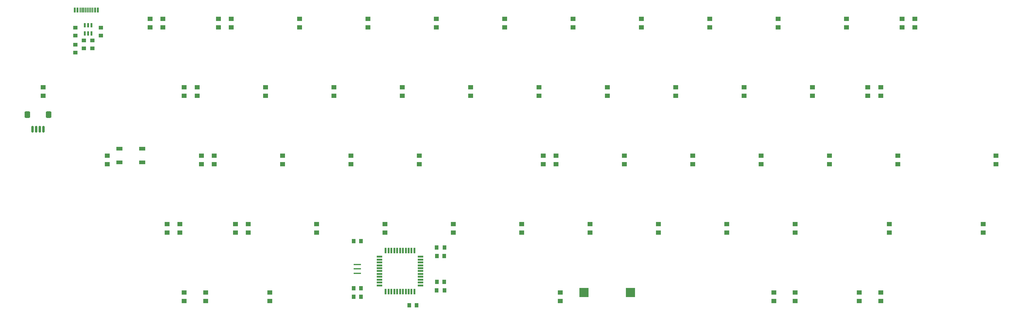
<source format=gbr>
G04 #@! TF.GenerationSoftware,KiCad,Pcbnew,(5.99.0-4079-gfad0916f0)*
G04 #@! TF.CreationDate,2020-10-31T22:05:34-04:00*
G04 #@! TF.ProjectId,plain60-c,706c6169-6e36-4302-9d63-2e6b69636164,rev?*
G04 #@! TF.SameCoordinates,Original*
G04 #@! TF.FileFunction,Paste,Bot*
G04 #@! TF.FilePolarity,Positive*
%FSLAX46Y46*%
G04 Gerber Fmt 4.6, Leading zero omitted, Abs format (unit mm)*
G04 Created by KiCad (PCBNEW (5.99.0-4079-gfad0916f0)) date 2020-10-31 22:05:34*
%MOMM*%
%LPD*%
G01*
G04 APERTURE LIST*
G04 Aperture macros list*
%AMRoundRect*
0 Rectangle with rounded corners*
0 $1 Rounding radius*
0 $2 $3 $4 $5 $6 $7 $8 $9 X,Y pos of 4 corners*
0 Add a 4 corners polygon primitive as box body*
4,1,4,$2,$3,$4,$5,$6,$7,$8,$9,$2,$3,0*
0 Add four circle primitives for the rounded corners*
1,1,$1+$1,$2,$3,0*
1,1,$1+$1,$4,$5,0*
1,1,$1+$1,$6,$7,0*
1,1,$1+$1,$8,$9,0*
0 Add four rect primitives between the rounded corners*
20,1,$1+$1,$2,$3,$4,$5,0*
20,1,$1+$1,$4,$5,$6,$7,0*
20,1,$1+$1,$6,$7,$8,$9,0*
20,1,$1+$1,$8,$9,$2,$3,0*%
G04 Aperture macros list end*
%ADD10R,1.400000X1.200000*%
%ADD11R,0.550000X1.500000*%
%ADD12R,1.500000X0.550000*%
%ADD13R,2.000000X0.400000*%
%ADD14R,1.700000X1.000000*%
%ADD15R,1.000000X1.300000*%
%ADD16R,1.300000X1.000000*%
%ADD17R,0.600000X1.450000*%
%ADD18R,0.300000X1.450000*%
%ADD19R,1.000000X1.250000*%
%ADD20R,0.600000X1.200000*%
%ADD21RoundRect,0.150000X-0.150000X-0.775000X0.150000X-0.775000X0.150000X0.775000X-0.150000X0.775000X0*%
%ADD22RoundRect,0.332800X-0.467200X-0.567200X0.467200X-0.567200X0.467200X0.567200X-0.467200X0.567200X0*%
%ADD23R,2.500000X2.500000*%
G04 APERTURE END LIST*
D10*
X239911139Y-88115698D03*
X239911139Y-85715698D03*
X216098619Y-88115698D03*
X216098619Y-85715698D03*
X210145489Y-88115698D03*
X210145489Y-85715698D03*
X150614189Y-88115698D03*
X150614189Y-85715698D03*
X69651621Y-88115698D03*
X69651621Y-85715698D03*
X268486163Y-69065682D03*
X268486163Y-66665682D03*
X242292391Y-69065682D03*
X242292391Y-66665682D03*
X216098619Y-69065682D03*
X216098619Y-66665682D03*
X197048603Y-69065682D03*
X197048603Y-66665682D03*
X139898555Y-69065682D03*
X139898555Y-66665682D03*
X101798523Y-69065682D03*
X101798523Y-66665682D03*
X82748507Y-69065682D03*
X82748507Y-66665682D03*
X220861123Y-30965650D03*
X220861123Y-28565650D03*
X225623627Y-50015666D03*
X225623627Y-47615666D03*
X49410979Y-30965650D03*
X49410979Y-28565650D03*
X182761091Y-30965650D03*
X182761091Y-28565650D03*
X206573611Y-50015666D03*
X206573611Y-47615666D03*
X111323531Y-50015666D03*
X111323531Y-47615666D03*
X24407833Y-50015666D03*
X24407833Y-47615666D03*
X187523595Y-50015666D03*
X187523595Y-47615666D03*
X145851685Y-50015666D03*
X145851685Y-47615666D03*
X50601605Y-50015666D03*
X50601605Y-47615666D03*
X73223499Y-50015666D03*
X73223499Y-47615666D03*
X106561027Y-30965650D03*
X106561027Y-28565650D03*
X201811107Y-30965650D03*
X201811107Y-28565650D03*
X125611043Y-30965650D03*
X125611043Y-28565650D03*
X163711075Y-30965650D03*
X163711075Y-28565650D03*
X244673643Y-50015666D03*
X244673643Y-47615666D03*
X149423563Y-50015666D03*
X149423563Y-47615666D03*
X92273515Y-50015666D03*
X92273515Y-47615666D03*
X60126613Y-69065682D03*
X60126613Y-66665682D03*
X158948571Y-69065682D03*
X158948571Y-66665682D03*
X272058041Y-50015666D03*
X272058041Y-47615666D03*
X51792231Y-88115698D03*
X51792231Y-85715698D03*
X168473579Y-50015666D03*
X168473579Y-47615666D03*
X87511011Y-30965650D03*
X87511011Y-28565650D03*
X239911139Y-30965650D03*
X239911139Y-28565650D03*
X54173483Y-50015666D03*
X54173483Y-47615666D03*
X144661059Y-30965650D03*
X144661059Y-28565650D03*
X177998587Y-69065682D03*
X177998587Y-66665682D03*
X120848539Y-69065682D03*
X120848539Y-66665682D03*
X68460995Y-30965650D03*
X68460995Y-28565650D03*
D11*
X109965714Y-85471942D03*
X109165714Y-85471942D03*
X108365714Y-85471942D03*
X107565714Y-85471942D03*
X106765714Y-85471942D03*
X105965714Y-85471942D03*
X105165714Y-85471942D03*
X104365714Y-85471942D03*
X103565714Y-85471942D03*
X102765714Y-85471942D03*
X101965714Y-85471942D03*
D12*
X100265714Y-83771942D03*
X100265714Y-82971942D03*
X100265714Y-82171942D03*
X100265714Y-81371942D03*
X100265714Y-80571942D03*
X100265714Y-79771942D03*
X100265714Y-78971942D03*
X100265714Y-78171942D03*
X100265714Y-77371942D03*
X100265714Y-76571942D03*
X100265714Y-75771942D03*
D11*
X101965714Y-74071942D03*
X102765714Y-74071942D03*
X103565714Y-74071942D03*
X104365714Y-74071942D03*
X105165714Y-74071942D03*
X105965714Y-74071942D03*
X106765714Y-74071942D03*
X107565714Y-74071942D03*
X108365714Y-74071942D03*
X109165714Y-74071942D03*
X109965714Y-74071942D03*
D12*
X111665714Y-75771942D03*
X111665714Y-76571942D03*
X111665714Y-77371942D03*
X111665714Y-78171942D03*
X111665714Y-78971942D03*
X111665714Y-79771942D03*
X111665714Y-80571942D03*
X111665714Y-81371942D03*
X111665714Y-82171942D03*
X111665714Y-82971942D03*
X111665714Y-83771942D03*
D13*
X94059454Y-77976629D03*
X94059454Y-80376629D03*
X94059454Y-79176629D03*
D14*
X27806276Y-45725040D03*
X34106276Y-45725040D03*
X34106276Y-49525040D03*
X27806276Y-49525040D03*
D15*
X118376661Y-73223499D03*
X116176661Y-73223499D03*
D10*
X173236083Y-11915634D03*
X173236083Y-9515634D03*
X249436147Y-11915634D03*
X249436147Y-9515634D03*
X154186067Y-11915634D03*
X154186067Y-9515634D03*
X230386131Y-11915634D03*
X230386131Y-9515634D03*
X192286099Y-11915634D03*
X192286099Y-9515634D03*
X245864269Y-11915634D03*
X245864269Y-9515634D03*
X45839101Y-30965650D03*
X45839101Y-28565650D03*
X6548443Y-30965650D03*
X6548443Y-28565650D03*
X211336115Y-11915634D03*
X211336115Y-9515634D03*
X116086035Y-11915634D03*
X116086035Y-9515634D03*
X55364109Y-11915634D03*
X55364109Y-9515634D03*
X77986003Y-11915634D03*
X77986003Y-9515634D03*
X135136051Y-11915634D03*
X135136051Y-9515634D03*
X97036019Y-11915634D03*
X97036019Y-9515634D03*
X58935987Y-11915634D03*
X58935987Y-9515634D03*
X233958009Y-88115698D03*
X233958009Y-85715698D03*
D16*
X17859390Y-17768764D03*
X17859390Y-15568764D03*
D17*
X15343000Y-7075000D03*
X16118000Y-7075000D03*
D18*
X16818000Y-7075000D03*
X17318000Y-7075000D03*
X17818000Y-7075000D03*
X18318000Y-7075000D03*
X18818000Y-7075000D03*
X19318000Y-7075000D03*
X19818000Y-7075000D03*
X20318000Y-7075000D03*
D17*
X21018000Y-7075000D03*
X21793000Y-7075000D03*
D10*
X63698491Y-69065682D03*
X63698491Y-66665682D03*
D19*
X118276661Y-82748507D03*
X116276661Y-82748507D03*
X118276661Y-75604751D03*
X116276661Y-75604751D03*
D10*
X41076597Y-69065682D03*
X41076597Y-66665682D03*
X236339261Y-30965650D03*
X236339261Y-28565650D03*
D16*
X15478138Y-18959390D03*
X15478138Y-16759390D03*
D10*
X36314093Y-11915634D03*
X36314093Y-9515634D03*
X44648475Y-69065682D03*
X44648475Y-66665682D03*
D16*
X20240642Y-15568764D03*
X20240642Y-17768764D03*
D19*
X95059454Y-86915698D03*
X93059454Y-86915698D03*
X93059454Y-84534446D03*
X95059454Y-84534446D03*
D15*
X116176661Y-85129759D03*
X118376661Y-85129759D03*
D16*
X22621894Y-11996886D03*
X22621894Y-14196886D03*
D10*
X39885971Y-11915634D03*
X39885971Y-9515634D03*
X45839101Y-88115698D03*
X45839101Y-85715698D03*
D20*
X18100016Y-11351573D03*
X19050016Y-11351573D03*
X20000016Y-11351573D03*
X20000016Y-13651573D03*
X19050016Y-13651573D03*
X18100016Y-13651573D03*
D16*
X15478138Y-14196886D03*
X15478138Y-11996886D03*
D21*
X3580000Y-40250000D03*
X4580000Y-40250000D03*
X5580000Y-40250000D03*
X6580000Y-40250000D03*
D22*
X8080000Y-36225000D03*
X2080000Y-36225000D03*
D23*
X157211075Y-85725072D03*
X170211075Y-85725072D03*
D19*
X110537592Y-89296950D03*
X108537592Y-89296950D03*
X93059454Y-71437560D03*
X95059454Y-71437560D03*
M02*

</source>
